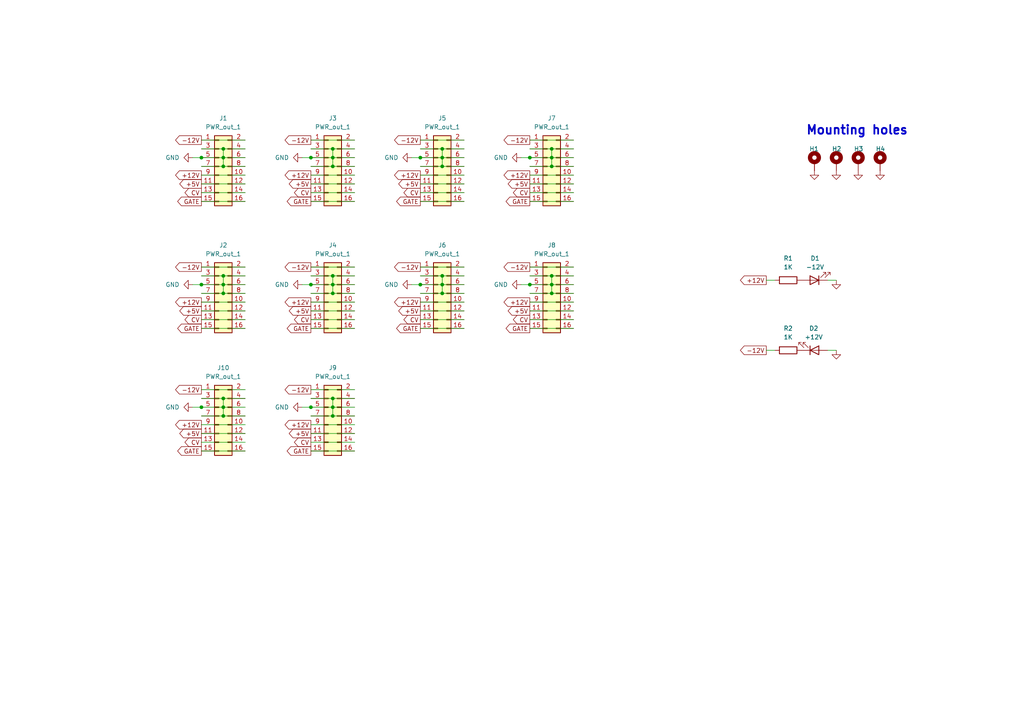
<source format=kicad_sch>
(kicad_sch (version 20211123) (generator eeschema)
  (paper "A4")
  (lib_symbols
    (symbol "Connector_Generic:Conn_02x08_Odd_Even" (pin_names (offset 1.016) hide)
      (property "Reference" "J" (at 1.27 10.16 0))
      (property "Value" "Conn_02x08_Odd_Even" (at 1.27 -12.7 0))
      (symbol "Conn_02x08_Odd_Even_1_1"
        (rectangle (start -1.27 -10.033) (end 0 -10.287) (stroke (width 0.1524)))
        (rectangle (start -1.27 -7.493) (end 0 -7.747) (stroke (width 0.1524)))
        (rectangle (start -1.27 -4.953) (end 0 -5.207) (stroke (width 0.1524)))
        (rectangle (start -1.27 -2.413) (end 0 -2.667) (stroke (width 0.1524)))
        (rectangle (start -1.27 0.127) (end 0 -0.127) (stroke (width 0.1524)))
        (rectangle (start -1.27 2.667) (end 0 2.413) (stroke (width 0.1524)))
        (rectangle (start -1.27 5.207) (end 0 4.953) (stroke (width 0.1524)))
        (rectangle (start -1.27 7.747) (end 0 7.493) (stroke (width 0.1524)))
        (rectangle (start -1.27 8.89) (end 3.81 -11.43) (stroke (width 0.254)) (fill (type background)))
        (rectangle (start 3.81 -10.033) (end 2.54 -10.287) (stroke (width 0.1524)))
        (rectangle (start 3.81 -7.493) (end 2.54 -7.747) (stroke (width 0.1524)))
        (rectangle (start 3.81 -4.953) (end 2.54 -5.207) (stroke (width 0.1524)))
        (rectangle (start 3.81 -2.413) (end 2.54 -2.667) (stroke (width 0.1524)))
        (rectangle (start 3.81 0.127) (end 2.54 -0.127) (stroke (width 0.1524)))
        (rectangle (start 3.81 2.667) (end 2.54 2.413) (stroke (width 0.1524)))
        (rectangle (start 3.81 5.207) (end 2.54 4.953) (stroke (width 0.1524)))
        (rectangle (start 3.81 7.747) (end 2.54 7.493) (stroke (width 0.1524)))
        (pin passive line (at -5.08 7.62 0) (length 3.81) (name "Pin_1") (number "1"))
        (pin passive line (at 7.62 -2.54 180) (length 3.81) (name "Pin_10") (number "10"))
        (pin passive line (at -5.08 -5.08 0) (length 3.81) (name "Pin_11") (number "11"))
        (pin passive line (at 7.62 -5.08 180) (length 3.81) (name "Pin_12") (number "12"))
        (pin passive line (at -5.08 -7.62 0) (length 3.81) (name "Pin_13") (number "13"))
        (pin passive line (at 7.62 -7.62 180) (length 3.81) (name "Pin_14") (number "14"))
        (pin passive line (at -5.08 -10.16 0) (length 3.81) (name "Pin_15") (number "15"))
        (pin passive line (at 7.62 -10.16 180) (length 3.81) (name "Pin_16") (number "16"))
        (pin passive line (at 7.62 7.62 180) (length 3.81) (name "Pin_2") (number "2"))
        (pin passive line (at -5.08 5.08 0) (length 3.81) (name "Pin_3") (number "3"))
        (pin passive line (at 7.62 5.08 180) (length 3.81) (name "Pin_4") (number "4"))
        (pin passive line (at -5.08 2.54 0) (length 3.81) (name "Pin_5") (number "5"))
        (pin passive line (at 7.62 2.54 180) (length 3.81) (name "Pin_6") (number "6"))
        (pin passive line (at -5.08 0 0) (length 3.81) (name "Pin_7") (number "7"))
        (pin passive line (at 7.62 0 180) (length 3.81) (name "Pin_8") (number "8"))
        (pin passive line (at -5.08 -2.54 0) (length 3.81) (name "Pin_9") (number "9"))
      )
    )
    (symbol "Device:LED" (pin_numbers hide) (pin_names (offset 1.016) hide)
      (property "Reference" "D" (at 0 2.54 0))
      (property "Value" "LED" (at 0 -2.54 0))
      (symbol "LED_0_1"
        (polyline (pts (xy -1.27 -1.27) (xy -1.27 1.27)) (stroke (width 0.254)))
        (polyline (pts (xy -1.27 0) (xy 1.27 0)))
        (polyline (pts (xy 1.27 -1.27) (xy 1.27 1.27) (xy -1.27 0) (xy 1.27 -1.27)) (stroke (width 0.254)))
        (polyline (pts (xy -3.048 -0.762) (xy -4.572 -2.286) (xy -3.81 -2.286) (xy -4.572 -2.286) (xy -4.572 -1.524)))
        (polyline (pts (xy -1.778 -0.762) (xy -3.302 -2.286) (xy -2.54 -2.286) (xy -3.302 -2.286) (xy -3.302 -1.524)))
      )
      (symbol "LED_1_1"
        (pin passive line (at -3.81 0 0) (length 2.54) (name "K") (number "1"))
        (pin passive line (at 3.81 0 180) (length 2.54) (name "A") (number "2"))
      )
    )
    (symbol "Device:R" (pin_numbers hide) (pin_names (offset 0))
      (property "Reference" "R" (at 2.032 0 90))
      (property "Value" "R" (at 0 0 90))
      (symbol "R_0_1"
        (rectangle (start -1.016 -2.54) (end 1.016 2.54) (stroke (width 0.254)))
      )
      (symbol "R_1_1"
        (pin passive line (at 0 3.81 270) (length 1.27) (name "~") (number "1"))
        (pin passive line (at 0 -3.81 90) (length 1.27) (name "~") (number "2"))
      )
    )
    (symbol "Mechanical:MountingHole_Pad" (pin_numbers hide) (pin_names (offset 1.016) hide)
      (property "Reference" "H" (at 0 6.35 0))
      (property "Value" "MountingHole_Pad" (at 0 4.445 0))
      (symbol "MountingHole_Pad_0_1"
        (circle (center 0 1.27) (radius 1.27) (stroke (width 1.27)))
      )
      (symbol "MountingHole_Pad_1_1"
        (pin input line (at 0 -2.54 90) (length 2.54) (name "1") (number "1"))
      )
    )
    (symbol "power:GND" (power) (pin_names (offset 0))
      (property "Value" "GND" (at 0 -3.81 0))
      (symbol "GND_0_1"
        (polyline (pts (xy 0 0) (xy 0 -1.27) (xy 1.27 -1.27) (xy 0 -2.54) (xy -1.27 -1.27) (xy 0 -1.27)))
      )
      (symbol "GND_1_1"
        (pin power_in line (at 0 0 270) (length 0) hide (name "GND") (number "1"))
      )
    )
  )
  (junction (at 128.27 82.55))
  (junction (at 96.52 82.55))
  (junction (at 64.77 80.01))
  (junction (at 64.77 118.11))
  (junction (at 96.52 115.57))
  (junction (at 160.02 45.72))
  (junction (at 64.77 48.26))
  (junction (at 64.77 82.55))
  (junction (at 128.27 85.09))
  (junction (at 96.52 120.65))
  (junction (at 96.52 85.09))
  (junction (at 90.17 118.11))
  (junction (at 96.52 118.11))
  (junction (at 160.02 85.09))
  (junction (at 128.27 80.01))
  (junction (at 160.02 43.18))
  (junction (at 121.92 82.55))
  (junction (at 128.27 48.26))
  (junction (at 121.92 45.72))
  (junction (at 58.42 45.72))
  (junction (at 160.02 80.01))
  (junction (at 58.42 118.11))
  (junction (at 96.52 48.26))
  (junction (at 64.77 115.57))
  (junction (at 128.27 45.72))
  (junction (at 160.02 48.26))
  (junction (at 90.17 45.72))
  (junction (at 96.52 80.01))
  (junction (at 96.52 43.18))
  (junction (at 90.17 82.55))
  (junction (at 64.77 43.18))
  (junction (at 160.02 82.55))
  (junction (at 64.77 85.09))
  (junction (at 96.52 45.72))
  (junction (at 64.77 45.72))
  (junction (at 153.67 82.55))
  (junction (at 153.67 45.72))
  (junction (at 58.42 82.55))
  (junction (at 64.77 120.65))
  (junction (at 128.27 43.18))
  (wire (pts (xy 90.17 85.09) (xy 96.52 85.09)))
  (wire (pts (xy 96.52 80.01) (xy 102.87 80.01)))
  (wire (pts (xy 128.27 45.72) (xy 134.62 45.72)))
  (wire (pts (xy 58.42 92.71) (xy 71.12 92.71)))
  (wire (pts (xy 64.77 118.11) (xy 71.12 118.11)))
  (wire (pts (xy 58.42 123.19) (xy 71.12 123.19)))
  (wire (pts (xy 90.17 48.26) (xy 96.52 48.26)))
  (wire (pts (xy 90.17 130.81) (xy 102.87 130.81)))
  (wire (pts (xy 153.67 48.26) (xy 160.02 48.26)))
  (wire (pts (xy 153.67 90.17) (xy 166.37 90.17)))
  (wire (pts (xy 64.77 45.72) (xy 64.77 48.26)))
  (wire (pts (xy 119.38 45.72) (xy 121.92 45.72)))
  (wire (pts (xy 96.52 43.18) (xy 102.87 43.18)))
  (wire (pts (xy 90.17 45.72) (xy 96.52 45.72)))
  (wire (pts (xy 153.67 87.63) (xy 166.37 87.63)))
  (wire (pts (xy 96.52 45.72) (xy 102.87 45.72)))
  (wire (pts (xy 153.67 80.01) (xy 160.02 80.01)))
  (wire (pts (xy 160.02 45.72) (xy 166.37 45.72)))
  (wire (pts (xy 153.67 82.55) (xy 160.02 82.55)))
  (wire (pts (xy 58.42 53.34) (xy 71.12 53.34)))
  (wire (pts (xy 90.17 43.18) (xy 96.52 43.18)))
  (wire (pts (xy 64.77 115.57) (xy 71.12 115.57)))
  (wire (pts (xy 121.92 95.25) (xy 134.62 95.25)))
  (wire (pts (xy 121.92 40.64) (xy 134.62 40.64)))
  (wire (pts (xy 58.42 87.63) (xy 71.12 87.63)))
  (wire (pts (xy 58.42 48.26) (xy 64.77 48.26)))
  (wire (pts (xy 128.27 82.55) (xy 134.62 82.55)))
  (wire (pts (xy 151.13 82.55) (xy 153.67 82.55)))
  (wire (pts (xy 119.38 82.55) (xy 121.92 82.55)))
  (wire (pts (xy 96.52 48.26) (xy 102.87 48.26)))
  (wire (pts (xy 64.77 118.11) (xy 64.77 120.65)))
  (wire (pts (xy 90.17 82.55) (xy 96.52 82.55)))
  (wire (pts (xy 90.17 80.01) (xy 96.52 80.01)))
  (wire (pts (xy 160.02 82.55) (xy 160.02 85.09)))
  (wire (pts (xy 121.92 43.18) (xy 128.27 43.18)))
  (wire (pts (xy 96.52 118.11) (xy 96.52 120.65)))
  (wire (pts (xy 64.77 80.01) (xy 64.77 82.55)))
  (wire (pts (xy 222.25 101.6) (xy 224.79 101.6)))
  (wire (pts (xy 121.92 90.17) (xy 134.62 90.17)))
  (wire (pts (xy 96.52 120.65) (xy 102.87 120.65)))
  (wire (pts (xy 58.42 130.81) (xy 71.12 130.81)))
  (wire (pts (xy 90.17 77.47) (xy 102.87 77.47)))
  (wire (pts (xy 90.17 128.27) (xy 102.87 128.27)))
  (wire (pts (xy 64.77 43.18) (xy 71.12 43.18)))
  (wire (pts (xy 160.02 43.18) (xy 166.37 43.18)))
  (wire (pts (xy 58.42 85.09) (xy 64.77 85.09)))
  (wire (pts (xy 153.67 43.18) (xy 160.02 43.18)))
  (wire (pts (xy 121.92 80.01) (xy 128.27 80.01)))
  (wire (pts (xy 58.42 113.03) (xy 71.12 113.03)))
  (wire (pts (xy 128.27 80.01) (xy 134.62 80.01)))
  (wire (pts (xy 128.27 43.18) (xy 128.27 45.72)))
  (wire (pts (xy 160.02 85.09) (xy 166.37 85.09)))
  (wire (pts (xy 90.17 92.71) (xy 102.87 92.71)))
  (wire (pts (xy 96.52 80.01) (xy 96.52 82.55)))
  (wire (pts (xy 153.67 55.88) (xy 166.37 55.88)))
  (wire (pts (xy 90.17 120.65) (xy 96.52 120.65)))
  (wire (pts (xy 160.02 80.01) (xy 166.37 80.01)))
  (wire (pts (xy 121.92 77.47) (xy 134.62 77.47)))
  (wire (pts (xy 96.52 85.09) (xy 102.87 85.09)))
  (wire (pts (xy 64.77 82.55) (xy 64.77 85.09)))
  (wire (pts (xy 90.17 115.57) (xy 96.52 115.57)))
  (wire (pts (xy 58.42 90.17) (xy 71.12 90.17)))
  (wire (pts (xy 121.92 48.26) (xy 128.27 48.26)))
  (wire (pts (xy 90.17 87.63) (xy 102.87 87.63)))
  (wire (pts (xy 153.67 50.8) (xy 166.37 50.8)))
  (wire (pts (xy 90.17 95.25) (xy 102.87 95.25)))
  (wire (pts (xy 55.88 82.55) (xy 58.42 82.55)))
  (wire (pts (xy 58.42 43.18) (xy 64.77 43.18)))
  (wire (pts (xy 128.27 85.09) (xy 134.62 85.09)))
  (wire (pts (xy 58.42 120.65) (xy 64.77 120.65)))
  (wire (pts (xy 58.42 40.64) (xy 71.12 40.64)))
  (wire (pts (xy 96.52 45.72) (xy 96.52 48.26)))
  (wire (pts (xy 90.17 58.42) (xy 102.87 58.42)))
  (wire (pts (xy 160.02 45.72) (xy 160.02 48.26)))
  (wire (pts (xy 128.27 43.18) (xy 134.62 43.18)))
  (wire (pts (xy 160.02 43.18) (xy 160.02 45.72)))
  (wire (pts (xy 58.42 50.8) (xy 71.12 50.8)))
  (wire (pts (xy 87.63 45.72) (xy 90.17 45.72)))
  (wire (pts (xy 64.77 80.01) (xy 71.12 80.01)))
  (wire (pts (xy 90.17 113.03) (xy 102.87 113.03)))
  (wire (pts (xy 87.63 118.11) (xy 90.17 118.11)))
  (wire (pts (xy 121.92 50.8) (xy 134.62 50.8)))
  (wire (pts (xy 90.17 50.8) (xy 102.87 50.8)))
  (wire (pts (xy 153.67 85.09) (xy 160.02 85.09)))
  (wire (pts (xy 55.88 118.11) (xy 58.42 118.11)))
  (wire (pts (xy 58.42 77.47) (xy 71.12 77.47)))
  (wire (pts (xy 153.67 58.42) (xy 166.37 58.42)))
  (wire (pts (xy 58.42 58.42) (xy 71.12 58.42)))
  (wire (pts (xy 90.17 125.73) (xy 102.87 125.73)))
  (wire (pts (xy 64.77 43.18) (xy 64.77 45.72)))
  (wire (pts (xy 64.77 48.26) (xy 71.12 48.26)))
  (wire (pts (xy 121.92 82.55) (xy 128.27 82.55)))
  (wire (pts (xy 64.77 82.55) (xy 71.12 82.55)))
  (wire (pts (xy 58.42 55.88) (xy 71.12 55.88)))
  (wire (pts (xy 128.27 48.26) (xy 134.62 48.26)))
  (wire (pts (xy 58.42 118.11) (xy 64.77 118.11)))
  (wire (pts (xy 222.25 81.28) (xy 224.79 81.28)))
  (wire (pts (xy 96.52 118.11) (xy 102.87 118.11)))
  (wire (pts (xy 90.17 90.17) (xy 102.87 90.17)))
  (wire (pts (xy 121.92 85.09) (xy 128.27 85.09)))
  (wire (pts (xy 121.92 55.88) (xy 134.62 55.88)))
  (wire (pts (xy 153.67 95.25) (xy 166.37 95.25)))
  (wire (pts (xy 90.17 53.34) (xy 102.87 53.34)))
  (wire (pts (xy 160.02 82.55) (xy 166.37 82.55)))
  (wire (pts (xy 58.42 82.55) (xy 64.77 82.55)))
  (wire (pts (xy 64.77 120.65) (xy 71.12 120.65)))
  (wire (pts (xy 55.88 45.72) (xy 58.42 45.72)))
  (wire (pts (xy 151.13 45.72) (xy 153.67 45.72)))
  (wire (pts (xy 160.02 80.01) (xy 160.02 82.55)))
  (wire (pts (xy 90.17 123.19) (xy 102.87 123.19)))
  (wire (pts (xy 240.03 101.6) (xy 242.57 101.6)))
  (wire (pts (xy 90.17 55.88) (xy 102.87 55.88)))
  (wire (pts (xy 58.42 80.01) (xy 64.77 80.01)))
  (wire (pts (xy 128.27 80.01) (xy 128.27 82.55)))
  (wire (pts (xy 153.67 53.34) (xy 166.37 53.34)))
  (wire (pts (xy 96.52 115.57) (xy 102.87 115.57)))
  (wire (pts (xy 153.67 40.64) (xy 166.37 40.64)))
  (wire (pts (xy 153.67 92.71) (xy 166.37 92.71)))
  (wire (pts (xy 90.17 118.11) (xy 96.52 118.11)))
  (wire (pts (xy 96.52 82.55) (xy 96.52 85.09)))
  (wire (pts (xy 121.92 92.71) (xy 134.62 92.71)))
  (wire (pts (xy 153.67 77.47) (xy 166.37 77.47)))
  (wire (pts (xy 58.42 95.25) (xy 71.12 95.25)))
  (wire (pts (xy 64.77 85.09) (xy 71.12 85.09)))
  (wire (pts (xy 160.02 48.26) (xy 166.37 48.26)))
  (wire (pts (xy 58.42 45.72) (xy 64.77 45.72)))
  (wire (pts (xy 121.92 87.63) (xy 134.62 87.63)))
  (wire (pts (xy 87.63 82.55) (xy 90.17 82.55)))
  (wire (pts (xy 96.52 43.18) (xy 96.52 45.72)))
  (wire (pts (xy 121.92 45.72) (xy 128.27 45.72)))
  (wire (pts (xy 58.42 128.27) (xy 71.12 128.27)))
  (wire (pts (xy 90.17 40.64) (xy 102.87 40.64)))
  (wire (pts (xy 64.77 115.57) (xy 64.77 118.11)))
  (wire (pts (xy 128.27 45.72) (xy 128.27 48.26)))
  (wire (pts (xy 121.92 58.42) (xy 134.62 58.42)))
  (wire (pts (xy 96.52 82.55) (xy 102.87 82.55)))
  (wire (pts (xy 153.67 45.72) (xy 160.02 45.72)))
  (wire (pts (xy 58.42 115.57) (xy 64.77 115.57)))
  (wire (pts (xy 64.77 45.72) (xy 71.12 45.72)))
  (wire (pts (xy 121.92 53.34) (xy 134.62 53.34)))
  (wire (pts (xy 240.03 81.28) (xy 242.57 81.28)))
  (wire (pts (xy 128.27 82.55) (xy 128.27 85.09)))
  (wire (pts (xy 58.42 125.73) (xy 71.12 125.73)))
  (wire (pts (xy 96.52 115.57) (xy 96.52 118.11)))
  (text "Mounting holes" (at 233.68 39.37 0) (effects (font (size 2.54 2.54) (thickness 0.508) bold) (justify left bottom)))
  (global_label "-12V" (shape output) (at 90.17 40.64 180) (property "Intersheet References" "${INTERSHEET_REFS}" (effects hide)))
  (global_label "-12V" (shape output) (at 58.42 77.47 180) (property "Intersheet References" "${INTERSHEET_REFS}" (effects hide)))
  (global_label "GATE" (shape output) (at 58.42 95.25 180) (property "Intersheet References" "${INTERSHEET_REFS}" (effects hide)))
  (global_label "GATE" (shape output) (at 90.17 130.81 180) (property "Intersheet References" "${INTERSHEET_REFS}" (effects hide)))
  (global_label "+5V" (shape output) (at 90.17 53.34 180) (property "Intersheet References" "${INTERSHEET_REFS}" (effects hide)))
  (global_label "GATE" (shape output) (at 90.17 58.42 180) (property "Intersheet References" "${INTERSHEET_REFS}" (effects hide)))
  (global_label "+5V" (shape output) (at 90.17 125.73 180) (property "Intersheet References" "${INTERSHEET_REFS}" (effects hide)))
  (global_label "+5V" (shape output) (at 153.67 53.34 180) (property "Intersheet References" "${INTERSHEET_REFS}" (effects hide)))
  (global_label "CV" (shape output) (at 90.17 55.88 180) (property "Intersheet References" "${INTERSHEET_REFS}" (effects hide)))
  (global_label "CV" (shape output) (at 90.17 128.27 180) (property "Intersheet References" "${INTERSHEET_REFS}" (effects hide)))
  (global_label "+12V" (shape output) (at 153.67 87.63 180) (property "Intersheet References" "${INTERSHEET_REFS}" (effects hide)))
  (global_label "-12V" (shape output) (at 121.92 77.47 180) (property "Intersheet References" "${INTERSHEET_REFS}" (effects hide)))
  (global_label "GATE" (shape output) (at 153.67 95.25 180) (property "Intersheet References" "${INTERSHEET_REFS}" (effects hide)))
  (global_label "-12V" (shape output) (at 153.67 40.64 180) (property "Intersheet References" "${INTERSHEET_REFS}" (effects hide)))
  (global_label "CV" (shape output) (at 58.42 92.71 180) (property "Intersheet References" "${INTERSHEET_REFS}" (effects hide)))
  (global_label "CV" (shape output) (at 153.67 92.71 180) (property "Intersheet References" "${INTERSHEET_REFS}" (effects hide)))
  (global_label "+12V" (shape output) (at 222.25 81.28 180) (property "Intersheet References" "${INTERSHEET_REFS}" (effects hide)))
  (global_label "+12V" (shape output) (at 90.17 123.19 180) (property "Intersheet References" "${INTERSHEET_REFS}" (effects hide)))
  (global_label "+5V" (shape output) (at 58.42 90.17 180) (property "Intersheet References" "${INTERSHEET_REFS}" (effects hide)))
  (global_label "+12V" (shape output) (at 153.67 50.8 180) (property "Intersheet References" "${INTERSHEET_REFS}" (effects hide)))
  (global_label "-12V" (shape output) (at 58.42 113.03 180) (property "Intersheet References" "${INTERSHEET_REFS}" (effects hide)))
  (global_label "CV" (shape output) (at 121.92 92.71 180) (property "Intersheet References" "${INTERSHEET_REFS}" (effects hide)))
  (global_label "+12V" (shape output) (at 90.17 50.8 180) (property "Intersheet References" "${INTERSHEET_REFS}" (effects hide)))
  (global_label "GATE" (shape output) (at 121.92 58.42 180) (property "Intersheet References" "${INTERSHEET_REFS}" (effects hide)))
  (global_label "+12V" (shape output) (at 58.42 87.63 180) (property "Intersheet References" "${INTERSHEET_REFS}" (effects hide)))
  (global_label "GATE" (shape output) (at 121.92 95.25 180) (property "Intersheet References" "${INTERSHEET_REFS}" (effects hide)))
  (global_label "-12V" (shape output) (at 222.25 101.6 180) (property "Intersheet References" "${INTERSHEET_REFS}" (effects hide)))
  (global_label "+12V" (shape output) (at 58.42 123.19 180) (property "Intersheet References" "${INTERSHEET_REFS}" (effects hide)))
  (global_label "GATE" (shape output) (at 153.67 58.42 180) (property "Intersheet References" "${INTERSHEET_REFS}" (effects hide)))
  (global_label "+12V" (shape output) (at 58.42 50.8 180) (property "Intersheet References" "${INTERSHEET_REFS}" (effects hide)))
  (global_label "+5V" (shape output) (at 58.42 53.34 180) (property "Intersheet References" "${INTERSHEET_REFS}" (effects hide)))
  (global_label "-12V" (shape output) (at 90.17 113.03 180) (property "Intersheet References" "${INTERSHEET_REFS}" (effects hide)))
  (global_label "-12V" (shape output) (at 153.67 77.47 180) (property "Intersheet References" "${INTERSHEET_REFS}" (effects hide)))
  (global_label "-12V" (shape output) (at 121.92 40.64 180) (property "Intersheet References" "${INTERSHEET_REFS}" (effects hide)))
  (global_label "+12V" (shape output) (at 121.92 87.63 180) (property "Intersheet References" "${INTERSHEET_REFS}" (effects hide)))
  (global_label "+12V" (shape output) (at 90.17 87.63 180) (property "Intersheet References" "${INTERSHEET_REFS}" (effects hide)))
  (global_label "GATE" (shape output) (at 90.17 95.25 180) (property "Intersheet References" "${INTERSHEET_REFS}" (effects hide)))
  (global_label "+12V" (shape output) (at 121.92 50.8 180) (property "Intersheet References" "${INTERSHEET_REFS}" (effects hide)))
  (global_label "-12V" (shape output) (at 90.17 77.47 180) (property "Intersheet References" "${INTERSHEET_REFS}" (effects hide)))
  (global_label "GATE" (shape output) (at 58.42 58.42 180) (property "Intersheet References" "${INTERSHEET_REFS}" (effects hide)))
  (global_label "CV" (shape output) (at 58.42 128.27 180) (property "Intersheet References" "${INTERSHEET_REFS}" (effects hide)))
  (global_label "CV" (shape output) (at 58.42 55.88 180) (property "Intersheet References" "${INTERSHEET_REFS}" (effects hide)))
  (global_label "GATE" (shape output) (at 58.42 130.81 180) (property "Intersheet References" "${INTERSHEET_REFS}" (effects hide)))
  (global_label "+5V" (shape output) (at 121.92 53.34 180) (property "Intersheet References" "${INTERSHEET_REFS}" (effects hide)))
  (global_label "-12V" (shape output) (at 58.42 40.64 180) (property "Intersheet References" "${INTERSHEET_REFS}" (effects hide)))
  (global_label "+5V" (shape output) (at 58.42 125.73 180) (property "Intersheet References" "${INTERSHEET_REFS}" (effects hide)))
  (global_label "CV" (shape output) (at 121.92 55.88 180) (property "Intersheet References" "${INTERSHEET_REFS}" (effects hide)))
  (global_label "+5V" (shape output) (at 153.67 90.17 180) (property "Intersheet References" "${INTERSHEET_REFS}" (effects hide)))
  (global_label "CV" (shape output) (at 153.67 55.88 180) (property "Intersheet References" "${INTERSHEET_REFS}" (effects hide)))
  (global_label "CV" (shape output) (at 90.17 92.71 180) (property "Intersheet References" "${INTERSHEET_REFS}" (effects hide)))
  (global_label "+5V" (shape output) (at 90.17 90.17 180) (property "Intersheet References" "${INTERSHEET_REFS}" (effects hide)))
  (global_label "+5V" (shape output) (at 121.92 90.17 180) (property "Intersheet References" "${INTERSHEET_REFS}" (effects hide)))
  (symbol (lib_id "power:GND") (at 55.88 82.55 270) (mirror x) (unit 1)
    (property "Reference" "#PWR02" (effects hide))
    (property "Value" "GND" (at 52.07 82.5499 90) (effects (justify right)))
  )
  (symbol (lib_id "Mechanical:MountingHole_Pad") (at 236.22 46.99 0) (mirror y) (unit 1)
    (property "Reference" "H1" (at 237.49 43.18 0) (effects (justify left)))
    (property "Value" "MountingHole" (effects hide))
    (property "Footprint" "MountingHole:MountingHole_3.2mm_M3_Pad" (effects hide))
  )
  (symbol (lib_id "Connector_Generic:Conn_02x08_Odd_Even") (at 63.5 120.65 0) (unit 1)
    (property "Reference" "J10" (at 64.77 106.68 0))
    (property "Value" "PWR_out_1" (at 64.77 109.22 0))
    (property "Footprint" "Fredriks Footprints:IDC-Header_2x08_vert_Eurorack_PWR_combo" (effects hide))
  )
  (symbol (lib_id "power:GND") (at 119.38 82.55 270) (mirror x) (unit 1)
    (property "Reference" "#PWR06" (effects hide))
    (property "Value" "GND" (at 115.57 82.5499 90) (effects (justify right)))
  )
  (symbol (lib_id "power:GND") (at 242.57 49.53 0) (mirror y) (unit 1)
    (property "Reference" "#PWR0112" (effects hide))
    (property "Value" "GND" (effects hide))
  )
  (symbol (lib_id "power:GND") (at 87.63 82.55 270) (mirror x) (unit 1)
    (property "Reference" "#PWR04" (effects hide))
    (property "Value" "GND" (at 83.82 82.5499 90) (effects (justify right)))
  )
  (symbol (lib_id "Connector_Generic:Conn_02x08_Odd_Even") (at 127 48.26 0) (unit 1)
    (property "Reference" "J5" (at 128.27 34.29 0))
    (property "Value" "PWR_out_1" (at 128.27 36.83 0))
    (property "Footprint" "Fredriks Footprints:IDC-Header_2x08_vert_Eurorack_PWR_combo" (effects hide))
  )
  (symbol (lib_id "power:GND") (at 236.22 49.53 0) (mirror y) (unit 1)
    (property "Reference" "#PWR0111" (effects hide))
    (property "Value" "GND" (effects hide))
  )
  (symbol (lib_id "Connector_Generic:Conn_02x08_Odd_Even") (at 127 85.09 0) (unit 1)
    (property "Reference" "J6" (at 128.27 71.12 0))
    (property "Value" "PWR_out_1" (at 128.27 73.66 0))
    (property "Footprint" "Fredriks Footprints:IDC-Header_2x08_vert_Eurorack_PWR_combo" (effects hide))
  )
  (symbol (lib_id "power:GND") (at 242.57 101.6 0) (unit 1)
    (property "Reference" "#PWR010" (effects hide))
    (property "Value" "GND" (effects hide))
  )
  (symbol (lib_id "Connector_Generic:Conn_02x08_Odd_Even") (at 158.75 85.09 0) (unit 1)
    (property "Reference" "J8" (at 160.02 71.12 0))
    (property "Value" "PWR_out_1" (at 160.02 73.66 0))
    (property "Footprint" "Fredriks Footprints:IDC-Header_2x08_vert_Eurorack_PWR_combo" (effects hide))
  )
  (symbol (lib_id "power:GND") (at 55.88 45.72 270) (mirror x) (unit 1)
    (property "Reference" "#PWR01" (effects hide))
    (property "Value" "GND" (at 52.07 45.7199 90) (effects (justify right)))
  )
  (symbol (lib_id "power:GND") (at 87.63 118.11 270) (mirror x) (unit 1)
    (property "Reference" "#PWR0101" (effects hide))
    (property "Value" "GND" (at 83.82 118.1099 90) (effects (justify right)))
  )
  (symbol (lib_id "Connector_Generic:Conn_02x08_Odd_Even") (at 95.25 85.09 0) (unit 1)
    (property "Reference" "J4" (at 96.52 71.12 0))
    (property "Value" "PWR_out_1" (at 96.52 73.66 0))
    (property "Footprint" "Fredriks Footprints:IDC-Header_2x08_vert_Eurorack_PWR_combo" (effects hide))
  )
  (symbol (lib_id "power:GND") (at 87.63 45.72 270) (mirror x) (unit 1)
    (property "Reference" "#PWR03" (effects hide))
    (property "Value" "GND" (at 83.82 45.7199 90) (effects (justify right)))
  )
  (symbol (lib_id "Connector_Generic:Conn_02x08_Odd_Even") (at 63.5 48.26 0) (unit 1)
    (property "Reference" "J1" (at 64.77 34.29 0))
    (property "Value" "PWR_out_1" (at 64.77 36.83 0))
    (property "Footprint" "Fredriks Footprints:IDC-Header_2x08_vert_Eurorack_PWR_combo" (effects hide))
  )
  (symbol (lib_id "power:GND") (at 151.13 45.72 270) (mirror x) (unit 1)
    (property "Reference" "#PWR07" (effects hide))
    (property "Value" "GND" (at 147.32 45.7199 90) (effects (justify right)))
  )
  (symbol (lib_id "Device:R") (at 228.6 81.28 270) (unit 1)
    (property "Reference" "R1" (at 228.6 74.93 90))
    (property "Value" "1K" (at 228.6 77.47 90))
    (property "Footprint" "Resistor_THT:R_Axial_DIN0207_L6.3mm_D2.5mm_P7.62mm_Horizontal" (effects hide))
  )
  (symbol (lib_id "Connector_Generic:Conn_02x08_Odd_Even") (at 95.25 120.65 0) (unit 1)
    (property "Reference" "J9" (at 96.52 106.68 0))
    (property "Value" "PWR_out_1" (at 96.52 109.22 0))
    (property "Footprint" "Fredriks Footprints:IDC-Header_2x08_vert_Eurorack_PWR_combo" (effects hide))
  )
  (symbol (lib_id "Device:LED") (at 236.22 81.28 180) (unit 1)
    (property "Reference" "D1" (at 236.4105 74.93 0))
    (property "Value" "-12V" (at 236.4105 77.47 0))
    (property "Footprint" "LED_THT:LED_D3.0mm" (effects hide))
  )
  (symbol (lib_id "power:GND") (at 119.38 45.72 270) (mirror x) (unit 1)
    (property "Reference" "#PWR05" (effects hide))
    (property "Value" "GND" (at 115.57 45.7199 90) (effects (justify right)))
  )
  (symbol (lib_id "power:GND") (at 55.88 118.11 270) (mirror x) (unit 1)
    (property "Reference" "#PWR0108" (effects hide))
    (property "Value" "GND" (at 52.07 118.1099 90) (effects (justify right)))
  )
  (symbol (lib_id "Connector_Generic:Conn_02x08_Odd_Even") (at 95.25 48.26 0) (unit 1)
    (property "Reference" "J3" (at 96.52 34.29 0))
    (property "Value" "PWR_out_1" (at 96.52 36.83 0))
    (property "Footprint" "Fredriks Footprints:IDC-Header_2x08_vert_Eurorack_PWR_combo" (effects hide))
  )
  (symbol (lib_id "Connector_Generic:Conn_02x08_Odd_Even") (at 63.5 85.09 0) (unit 1)
    (property "Reference" "J2" (at 64.77 71.12 0))
    (property "Value" "PWR_out_1" (at 64.77 73.66 0))
    (property "Footprint" "Fredriks Footprints:IDC-Header_2x08_vert_Eurorack_PWR_combo" (effects hide))
  )
  (symbol (lib_id "Mechanical:MountingHole_Pad") (at 248.92 46.99 0) (unit 1)
    (property "Reference" "H3" (at 247.65 43.18 0) (effects (justify left)))
    (property "Value" "MountingHole" (effects hide))
    (property "Footprint" "MountingHole:MountingHole_3.2mm_M3_Pad" (effects hide))
  )
  (symbol (lib_id "power:GND") (at 242.57 81.28 0) (unit 1)
    (property "Reference" "#PWR09" (effects hide))
    (property "Value" "GND" (effects hide))
  )
  (symbol (lib_id "Device:R") (at 228.6 101.6 90) (mirror x) (unit 1)
    (property "Reference" "R2" (at 228.6 95.25 90))
    (property "Value" "1K" (at 228.6 97.79 90))
    (property "Footprint" "Resistor_THT:R_Axial_DIN0207_L6.3mm_D2.5mm_P7.62mm_Horizontal" (effects hide))
  )
  (symbol (lib_id "Connector_Generic:Conn_02x08_Odd_Even") (at 158.75 48.26 0) (unit 1)
    (property "Reference" "J7" (at 160.02 34.29 0))
    (property "Value" "PWR_out_1" (at 160.02 36.83 0))
    (property "Footprint" "Fredriks Footprints:IDC-Header_2x08_vert_Eurorack_PWR_combo" (effects hide))
  )
  (symbol (lib_id "power:GND") (at 255.27 49.53 0) (mirror y) (unit 1)
    (property "Reference" "#PWR0109" (effects hide))
    (property "Value" "GND" (effects hide))
  )
  (symbol (lib_id "power:GND") (at 248.92 49.53 0) (mirror y) (unit 1)
    (property "Reference" "#PWR0110" (effects hide))
    (property "Value" "GND" (effects hide))
  )
  (symbol (lib_id "power:GND") (at 151.13 82.55 270) (mirror x) (unit 1)
    (property "Reference" "#PWR08" (effects hide))
    (property "Value" "GND" (at 147.32 82.5499 90) (effects (justify right)))
  )
  (symbol (lib_id "Mechanical:MountingHole_Pad") (at 255.27 46.99 0) (unit 1)
    (property "Reference" "H4" (at 254 43.18 0) (effects (justify left)))
    (property "Value" "MountingHole" (effects hide))
    (property "Footprint" "MountingHole:MountingHole_3.2mm_M3_Pad" (effects hide))
  )
  (symbol (lib_id "Device:LED") (at 236.22 101.6 0) (mirror x) (unit 1)
    (property "Reference" "D2" (at 236.0295 95.25 0))
    (property "Value" "+12V" (at 236.0295 97.79 0))
    (property "Footprint" "LED_THT:LED_D3.0mm" (effects hide))
  )
  (symbol (lib_id "Mechanical:MountingHole_Pad") (at 242.57 46.99 0) (unit 1)
    (property "Reference" "H2" (at 241.3 43.18 0) (effects (justify left)))
    (property "Value" "MountingHole" (effects hide))
    (property "Footprint" "MountingHole:MountingHole_3.2mm_M3_Pad" (effects hide))
  )
)
</source>
